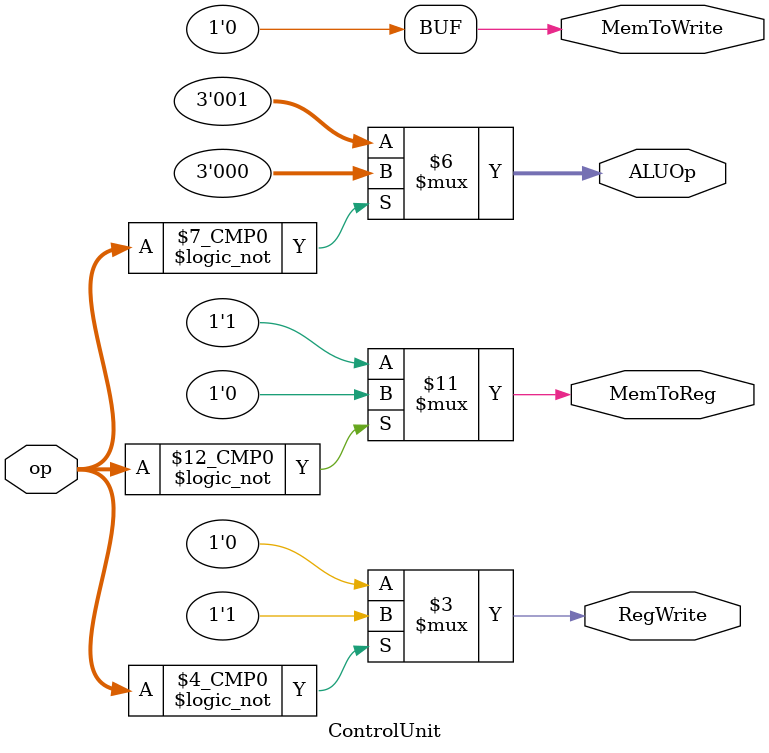
<source format=v>
module ControlUnit(
	input  [5:0] op,
	output reg MemToReg,
	output reg MemToWrite,
	output reg [2:0] ALUOp,
	output reg RegWrite
);
//2. Definir Elementos /Componentes Internos (Cables, Registros).

/*Add
Sub
AND
OR
SLT
Arquitectura de tipo RISC y CISC
Reducidas y complejas*/

//3. Elementos de Procesamiento (Lógicos y aritméticos)
always @(*)
	begin
		case (op)
		6'b0000000:
			begin
				MemToReg=1'b0;
				MemToWrite=1'b0;
				ALUOp=3'b000;
				RegWrite=1'b1;
			end
		default:
			begin
				MemToReg=1'b1;
				MemToWrite=1'b0;
				ALUOp=3'b001;
				RegWrite=1'b0;
			end
		endcase
	end
endmodule

</source>
